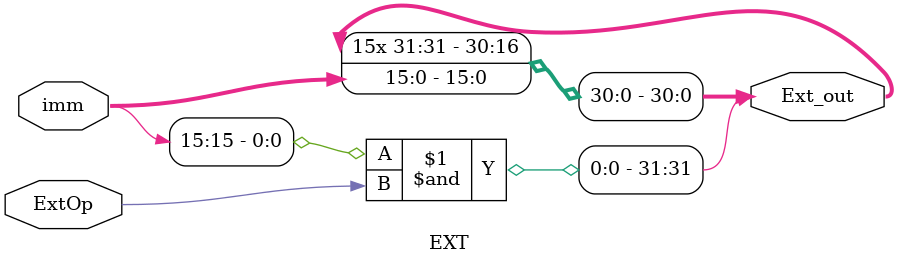
<source format=v>
module EXT(Ext_out, imm, ExtOp); 
  output [31:0] Ext_out; 
  input [15:0] imm; 
  input ExtOp; 

  assign Ext_out = {{16{imm[15]&ExtOp}}, imm}; 

endmodule

</source>
